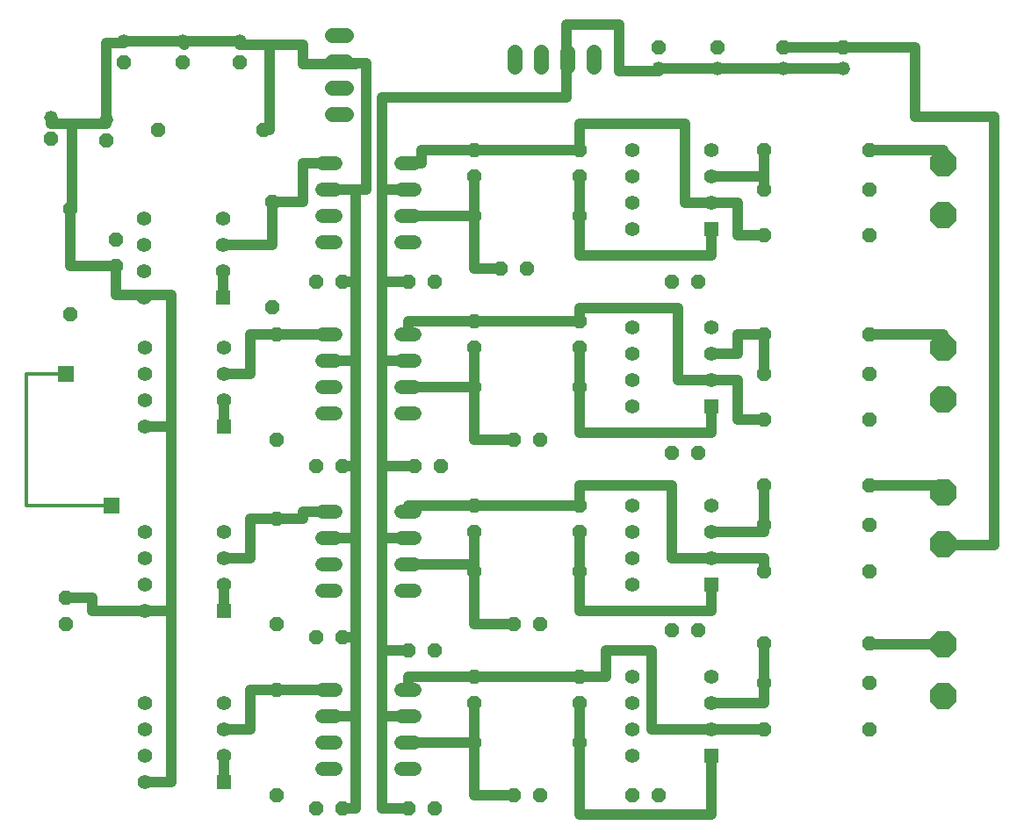
<source format=gbl>
G75*
G70*
%OFA0B0*%
%FSLAX24Y24*%
%IPPOS*%
%LPD*%
%AMOC8*
5,1,8,0,0,1.08239X$1,22.5*
%
%ADD10OC8,0.0520*%
%ADD11C,0.0520*%
%ADD12OC8,0.1000*%
%ADD13C,0.0520*%
%ADD14R,0.0550X0.0550*%
%ADD15C,0.0550*%
%ADD16C,0.0560*%
%ADD17C,0.0400*%
%ADD18R,0.0591X0.0591*%
%ADD19C,0.0120*%
D10*
X002000Y008000D03*
X002000Y009000D03*
X010000Y008000D03*
X011500Y007500D03*
X012500Y007500D03*
X015000Y007000D03*
X016000Y007000D03*
X017500Y006000D03*
X017500Y005000D03*
X017500Y003500D03*
X019000Y001500D03*
X020000Y001500D03*
X021500Y003500D03*
X021500Y005000D03*
X021500Y006000D03*
X020000Y008000D03*
X019000Y008000D03*
X017500Y010000D03*
X017500Y011500D03*
X017500Y012500D03*
X016250Y014000D03*
X015250Y014000D03*
X012500Y014000D03*
X011500Y014000D03*
X010000Y015000D03*
X010000Y012000D03*
X010000Y005500D03*
X010000Y001500D03*
X011500Y001000D03*
X012500Y001000D03*
X015000Y001000D03*
X016000Y001000D03*
X023500Y001500D03*
X024500Y001500D03*
X028500Y004000D03*
X028500Y005750D03*
X028500Y007250D03*
X026000Y007750D03*
X025000Y007750D03*
X021500Y010000D03*
X021500Y011500D03*
X021500Y012500D03*
X020000Y015000D03*
X019000Y015000D03*
X017500Y017000D03*
X017500Y018500D03*
X017500Y019500D03*
X016000Y021000D03*
X015000Y021000D03*
X012500Y021000D03*
X011500Y021000D03*
X009838Y020031D03*
X010000Y019000D03*
X009838Y024031D03*
X009500Y026750D03*
X008620Y029316D03*
X006438Y029323D03*
X004227Y029329D03*
X005500Y026750D03*
X003546Y026352D03*
X001459Y026407D03*
X002190Y023760D03*
X003907Y022577D03*
X003907Y021577D03*
X002190Y019760D03*
X017500Y023500D03*
X017500Y025000D03*
X017500Y026000D03*
X021500Y026000D03*
X021500Y025000D03*
X021500Y023500D03*
X019500Y021500D03*
X018500Y021500D03*
X021500Y019500D03*
X021500Y018500D03*
X021500Y017000D03*
X025000Y014500D03*
X026000Y014500D03*
X028500Y013250D03*
X028500Y011750D03*
X028500Y010000D03*
X032500Y010000D03*
X032500Y011750D03*
X032500Y013250D03*
X032500Y015750D03*
X032500Y017500D03*
X032500Y019000D03*
X028500Y019000D03*
X028500Y017500D03*
X028500Y015750D03*
X026000Y021000D03*
X025000Y021000D03*
X028500Y022750D03*
X028500Y024500D03*
X028500Y026000D03*
X032500Y026000D03*
X032500Y024500D03*
X032500Y022750D03*
X031500Y029900D03*
X029250Y029900D03*
X026750Y029900D03*
X024500Y029900D03*
X032500Y007250D03*
X032500Y005750D03*
X032500Y004000D03*
D11*
X003546Y027152D03*
X001459Y027207D03*
X004227Y030129D03*
X006438Y030123D03*
X008620Y030116D03*
X024500Y029100D03*
X026750Y029100D03*
X029250Y029100D03*
X031500Y029100D03*
D12*
X035303Y025484D03*
X035303Y023516D03*
X035303Y018484D03*
X035303Y016516D03*
X035303Y012984D03*
X035303Y011016D03*
X035303Y007234D03*
X035303Y005266D03*
D13*
X015260Y005500D02*
X014740Y005500D01*
X014740Y004500D02*
X015260Y004500D01*
X015260Y003500D02*
X014740Y003500D01*
X014740Y002500D02*
X015260Y002500D01*
X012260Y002500D02*
X011740Y002500D01*
X011740Y003500D02*
X012260Y003500D01*
X012260Y004500D02*
X011740Y004500D01*
X011740Y005500D02*
X012260Y005500D01*
X012260Y009250D02*
X011740Y009250D01*
X011740Y010250D02*
X012260Y010250D01*
X012260Y011250D02*
X011740Y011250D01*
X011740Y012250D02*
X012260Y012250D01*
X014740Y012250D02*
X015260Y012250D01*
X015260Y011250D02*
X014740Y011250D01*
X014740Y010250D02*
X015260Y010250D01*
X015260Y009250D02*
X014740Y009250D01*
X014740Y016000D02*
X015260Y016000D01*
X015260Y017000D02*
X014740Y017000D01*
X014740Y018000D02*
X015260Y018000D01*
X015260Y019000D02*
X014740Y019000D01*
X012260Y019000D02*
X011740Y019000D01*
X011740Y018000D02*
X012260Y018000D01*
X012260Y017000D02*
X011740Y017000D01*
X011740Y016000D02*
X012260Y016000D01*
X012260Y022500D02*
X011740Y022500D01*
X011740Y023500D02*
X012260Y023500D01*
X012260Y024500D02*
X011740Y024500D01*
X011740Y025500D02*
X012260Y025500D01*
X014740Y025500D02*
X015260Y025500D01*
X015260Y024500D02*
X014740Y024500D01*
X014740Y023500D02*
X015260Y023500D01*
X015260Y022500D02*
X014740Y022500D01*
D14*
X007977Y020382D03*
X008000Y015500D03*
X008000Y008500D03*
X008000Y002000D03*
X026500Y003000D03*
X026500Y009500D03*
X026500Y016250D03*
X026500Y023000D03*
D15*
X005000Y002000D03*
X005000Y003000D03*
X005000Y004000D03*
X005000Y005000D03*
X008000Y005000D03*
X008000Y004000D03*
X008000Y003000D03*
X005000Y008500D03*
X005000Y009500D03*
X005000Y010500D03*
X005000Y011500D03*
X008000Y011500D03*
X008000Y010500D03*
X008000Y009500D03*
X005000Y015500D03*
X005000Y016500D03*
X005000Y017500D03*
X005000Y018500D03*
X004977Y020382D03*
X004977Y021382D03*
X004977Y022382D03*
X004977Y023382D03*
X007977Y023382D03*
X007977Y022382D03*
X007977Y021382D03*
X008000Y018500D03*
X008000Y017500D03*
X008000Y016500D03*
X023500Y016250D03*
X023500Y017250D03*
X023500Y018250D03*
X023500Y019250D03*
X026500Y019250D03*
X026500Y018250D03*
X026500Y017250D03*
X026500Y012500D03*
X026500Y011500D03*
X026500Y010500D03*
X023500Y010500D03*
X023500Y009500D03*
X023500Y011500D03*
X023500Y012500D03*
X023500Y006000D03*
X023500Y005000D03*
X023500Y004000D03*
X023500Y003000D03*
X026500Y004000D03*
X026500Y005000D03*
X026500Y006000D03*
X023500Y023000D03*
X023500Y024000D03*
X023500Y025000D03*
X023500Y026000D03*
X026500Y026000D03*
X026500Y025000D03*
X026500Y024000D03*
D16*
X022039Y029164D02*
X022039Y029724D01*
X021039Y029724D02*
X021039Y029164D01*
X020039Y029164D02*
X020039Y029724D01*
X019039Y029724D02*
X019039Y029164D01*
X012658Y029366D02*
X012098Y029366D01*
X012098Y028366D02*
X012658Y028366D01*
X012658Y027366D02*
X012098Y027366D01*
X012098Y030366D02*
X012658Y030366D01*
D17*
X012378Y029366D02*
X012378Y029250D01*
X011000Y029250D01*
X011000Y030000D01*
X009750Y030000D01*
X008620Y030000D01*
X008620Y030116D01*
X008620Y030123D01*
X006438Y030123D01*
X006500Y030123D01*
X006500Y030129D01*
X004227Y030129D01*
X004227Y030060D01*
X003540Y030060D01*
X003540Y027152D01*
X003546Y027152D01*
X003546Y027000D01*
X002250Y027000D01*
X001459Y027000D01*
X001459Y027207D01*
X001459Y027152D01*
X002250Y027000D02*
X002250Y023760D01*
X002190Y023760D01*
X002190Y021577D01*
X003907Y021577D01*
X003907Y020500D01*
X004977Y020500D01*
X004977Y020382D01*
X004977Y020500D02*
X006000Y020500D01*
X006000Y015500D01*
X005000Y015500D01*
X006000Y015500D02*
X006000Y008500D01*
X005000Y008500D01*
X003000Y008500D01*
X003000Y009000D01*
X002000Y009000D01*
X006000Y008500D02*
X006000Y002000D01*
X005000Y002000D01*
X008000Y002000D02*
X008000Y003000D01*
X008000Y004000D02*
X009000Y004000D01*
X009000Y005500D01*
X010000Y005500D01*
X012000Y005500D01*
X012000Y004500D02*
X013000Y004500D01*
X013000Y007500D01*
X012500Y007500D01*
X013000Y007500D02*
X013000Y011250D01*
X012000Y011250D01*
X011000Y012000D02*
X011000Y012250D01*
X012000Y012250D01*
X011000Y012000D02*
X010000Y012000D01*
X009000Y012000D01*
X009000Y010500D01*
X008000Y010500D01*
X008000Y009500D02*
X008000Y008500D01*
X013000Y011250D02*
X013000Y014000D01*
X012500Y014000D01*
X013000Y014000D02*
X013000Y018000D01*
X012000Y018000D01*
X012000Y019000D02*
X010000Y019000D01*
X009000Y019000D01*
X009000Y017500D01*
X008000Y017500D01*
X008000Y016500D02*
X008000Y015500D01*
X013000Y018000D02*
X013000Y021000D01*
X013000Y024500D01*
X013400Y024500D01*
X013400Y029300D01*
X012750Y029300D01*
X012750Y029250D01*
X013000Y029250D01*
X012750Y029250D02*
X012128Y029250D01*
X012378Y029366D01*
X014000Y028000D02*
X021000Y028000D01*
X021000Y029194D01*
X021000Y029250D01*
X021000Y030750D01*
X023000Y030750D01*
X023000Y029000D01*
X024500Y029000D01*
X024500Y029100D01*
X026750Y029100D01*
X029250Y029100D01*
X031500Y029100D01*
X031500Y029900D02*
X029250Y029900D01*
X034250Y029900D01*
X034250Y027250D01*
X037250Y027250D01*
X037250Y011000D01*
X035303Y011000D01*
X035303Y011016D01*
X035303Y012984D02*
X035303Y013250D01*
X032500Y013250D01*
X028500Y013250D02*
X028500Y011750D01*
X028500Y011500D01*
X026500Y011500D01*
X026500Y010500D02*
X028500Y010500D01*
X028500Y010000D01*
X026500Y009500D02*
X026500Y008500D01*
X021500Y008500D01*
X021500Y010000D01*
X021500Y011500D01*
X021500Y012500D02*
X021500Y013250D01*
X025000Y013250D01*
X025000Y010500D01*
X026500Y010500D01*
X028500Y007250D02*
X028500Y005750D01*
X028500Y005000D01*
X026500Y005000D01*
X026500Y004000D02*
X028500Y004000D01*
X026500Y004000D02*
X024250Y004000D01*
X024250Y007000D01*
X022500Y007000D01*
X022500Y006000D01*
X021500Y006000D01*
X017500Y006000D01*
X015000Y006000D01*
X015000Y005500D01*
X015000Y004500D02*
X014000Y004500D01*
X014000Y007000D01*
X014000Y011250D01*
X014000Y014000D01*
X015250Y014000D01*
X014000Y014000D02*
X014000Y018000D01*
X015000Y018000D01*
X014000Y018000D02*
X014000Y021000D01*
X015000Y021000D01*
X014000Y021000D02*
X014000Y024500D01*
X015000Y024500D01*
X015000Y023500D02*
X017500Y023500D01*
X017500Y021500D01*
X018500Y021500D01*
X017500Y019500D02*
X021500Y019500D01*
X021500Y020000D01*
X025250Y020000D01*
X025250Y017250D01*
X026500Y017250D01*
X027500Y017250D01*
X027500Y015750D01*
X028500Y015750D01*
X026500Y015250D02*
X021500Y015250D01*
X021500Y017000D01*
X021500Y018500D01*
X017500Y018500D02*
X017500Y017000D01*
X017500Y015000D01*
X019000Y015000D01*
X017500Y017000D02*
X015000Y017000D01*
X015000Y019000D02*
X015000Y019500D01*
X017500Y019500D01*
X021500Y022000D02*
X021500Y023500D01*
X021500Y025000D01*
X021500Y026000D02*
X021500Y027000D01*
X025500Y027000D01*
X025500Y024000D01*
X026500Y024000D01*
X027500Y024000D01*
X027500Y022750D01*
X028500Y022750D01*
X028500Y024500D02*
X028500Y025000D01*
X026500Y025000D01*
X028500Y025000D02*
X028500Y026000D01*
X026500Y023000D02*
X026500Y022000D01*
X021500Y022000D01*
X017500Y023500D02*
X017500Y025000D01*
X017500Y026000D02*
X015500Y026000D01*
X015500Y025500D01*
X015000Y025500D01*
X014000Y024500D02*
X014000Y028000D01*
X012000Y025500D02*
X011000Y025500D01*
X011000Y024031D01*
X010000Y024031D01*
X010000Y024000D01*
X010000Y024031D02*
X009838Y024031D01*
X009838Y022382D01*
X007977Y022382D01*
X007977Y021382D02*
X007977Y020382D01*
X012500Y021000D02*
X013000Y021000D01*
X013000Y024500D02*
X012000Y024500D01*
X009750Y026750D02*
X009750Y030000D01*
X006500Y030000D02*
X006500Y030123D01*
X003546Y027152D02*
X003546Y027129D01*
X009500Y026750D02*
X009750Y026750D01*
X017500Y026000D02*
X021500Y026000D01*
X021000Y029194D02*
X021039Y029444D01*
X021039Y029250D01*
X021000Y029250D01*
X017500Y024000D02*
X017500Y023500D01*
X026500Y018250D02*
X027500Y018250D01*
X027500Y019000D01*
X028500Y019000D01*
X028500Y017500D01*
X026500Y016250D02*
X026500Y015250D01*
X021500Y012500D02*
X017500Y012500D01*
X015000Y012500D01*
X015000Y012250D01*
X015000Y011250D02*
X014000Y011250D01*
X015000Y010250D02*
X017500Y010250D01*
X017500Y010000D01*
X017500Y008000D01*
X019000Y008000D01*
X017500Y010000D02*
X017500Y011500D01*
X015000Y007000D02*
X014000Y007000D01*
X014000Y004500D02*
X014000Y001000D01*
X015000Y001000D01*
X013000Y001000D02*
X013000Y004500D01*
X015000Y003500D02*
X017500Y003500D01*
X017500Y001500D01*
X019000Y001500D01*
X017500Y003500D02*
X017500Y005000D01*
X021500Y005000D02*
X021500Y003500D01*
X021500Y000750D01*
X026500Y000750D01*
X026500Y003000D01*
X032500Y007234D02*
X032500Y007250D01*
X032500Y007234D02*
X035303Y007234D01*
X035303Y018484D02*
X035303Y019000D01*
X032500Y019000D01*
X035303Y025484D02*
X035303Y026000D01*
X032500Y026000D01*
X013000Y001000D02*
X012500Y001000D01*
D18*
X003750Y012500D03*
X002000Y017500D03*
D19*
X000500Y017500D01*
X000500Y012500D01*
X003750Y012500D01*
M02*

</source>
